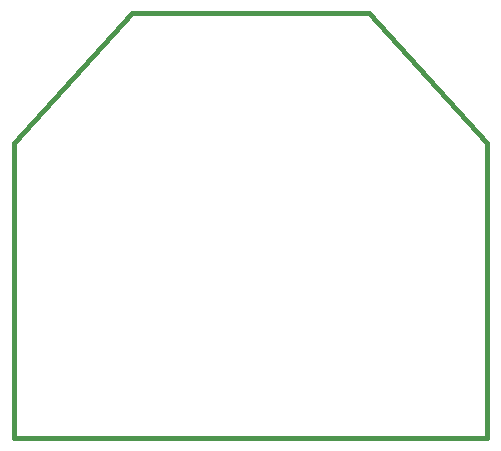
<source format=gko>
%FSLAX33Y33*%
%MOMM*%
%ADD10C,0.381*%
D10*
%LNpath-0*%
G01*
X0Y0D02*
X40000Y0D01*
X40000Y25000*
X30000Y36000*
X10000Y36000*
X0Y25000*
X0Y0*
X0Y0*
%LNmechanical details_traces*%
M02*
</source>
